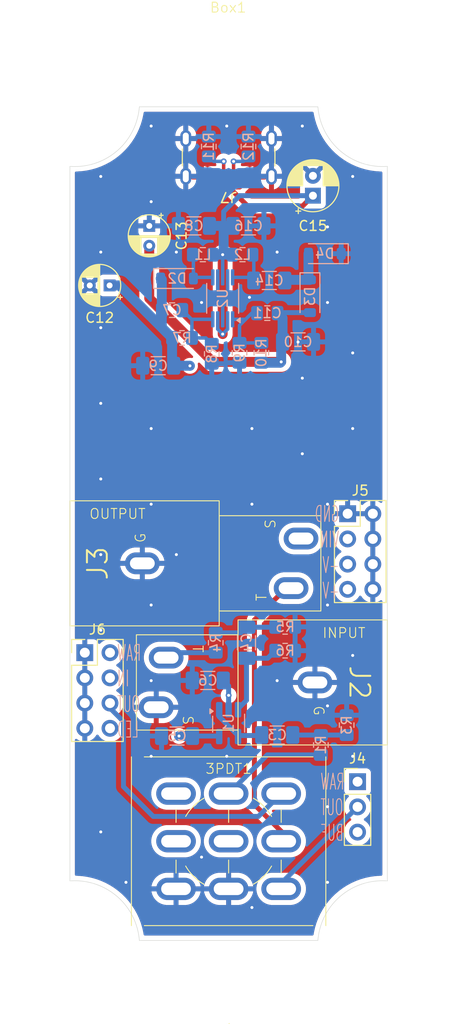
<source format=kicad_pcb>
(kicad_pcb (version 20240108) (generator "pcbnew") (generator_version "8.0")
  (layers (0 "F.Cu" jumper) (1 "In1.Cu" signal) (2 "In2.Cu" signal) (31 "B.Cu" signal) (34 "B.Paste" user) (35 "F.Paste" user) (36 "B.SilkS" user "B.Silkscreen") (37 "F.SilkS" user "F.Silkscreen") (38 "B.Mask" user) (39 "F.Mask" user) (44 "Edge.Cuts" user))
  (net 0 "")
  (net 1 "GND")
  (net 2 "VIN")
  (net 3 "Net-(C3-Pad2)")
  (net 4 "Net-(U1--)")
  (net 5 "+V")
  (net 6 "-V")
  (net 7 "LED")
  (net 8 "FB2")
  (net 9 "NFB1")
  (net 10 "Net-(D3-K)")
  (net 11 "SW1")
  (net 12 "OUT^{RAW_OR_BUF}")
  (net 13 "IN^{RAW}")
  (net 14 "OUT^{RAW}")
  (net 15 "SW2")
  (net 16 "BUFFERED")
  (net 17 "IN^{EFF}")
  (net 18 "OUT^{EFF}")
  (net 19 "IN")
  (net 20 "Net-(C4-Pad1)")
  (net 22 "Net-(J7-CC1)")
  (net 23 "Net-(J7-CC2)")
  (footprint "Connector_PinHeader_2.54mm:PinHeader_1x03_P2.54mm_Vertical" (layer "F.Cu") (at 113 126)
    (property "Reference" "J4")
    (property "Value" "Conn_01x03_Pin")
  )
  (footprint "Capacitor_THT:CP_Radial_D4.0mm_P2.00mm" (layer "F.Cu") (at 88 76 180)
    (property "Reference" "C12")
    (property "Value" "47uF")
  )
  (footprint "Connector_PinHeader_2.54mm:PinHeader_2x04_P2.54mm_Vertical" (layer "F.Cu") (at 112 99)
    (property "Reference" "J5")
    (property "Value" "Conn_02x04_Odd_Even")
  )
  (footprint "Capacitor_THT:CP_Radial_D5.0mm_P2.00mm" (layer "F.Cu") (at 108.5 66.955113 90)
    (property "Reference" "C15")
    (property "Value" "47uF")
  )
  (footprint "Mylib:1590A" (layer "F.Cu") (at 100 100)
    (property "Reference" "Box1")
    (property "Value" "1590A")
  )
  (footprint "Mylib:3PDT-Stomp-Switch" (layer "F.Cu") (at 100 132)
    (property "Reference" "3PDT1")
    (property "Value" "3PDT")
  )
  (footprint "Connector_PinHeader_2.54mm:PinHeader_2x04_P2.54mm_Vertical" (layer "F.Cu") (at 85.5 113)
    (property "Reference" "J6")
    (property "Value" "Conn_02x04_Odd_Even")
  )
  (footprint "Connector_USB:USB_C_Receptacle_GCT_USB4125-xx-x-0190_6P_TopMnt_Horizontal" (layer "F.Cu") (at 100 62 180)
    (property "Reference" "J7")
    (property "Value" "USB_C_Receptacle_PowerOnly_6P")
  )
  (footprint "Mylib:CK-6.35" (layer "F.Cu") (at 103.2 116 180)
    (property "Reference" "J2")
    (property "Value" "AudioJack2_Ground")
  )
  (footprint "Mylib:CK-6.35" (layer "F.Cu") (at 96.8 104)
    (property "Reference" "J3")
    (property "Value" "AudioJack2_Ground")
  )
  (footprint "Capacitor_THT:CP_Radial_D4.0mm_P2.00mm" (layer "F.Cu") (at 92 70 -90)
    (property "Reference" "C13")
    (property "Value" "47uF")
  )
  (footprint "Diode_SMD:D_SOD-123" (layer "B.Cu") (at 108.2 77.0875 -90)
    (property "Reference" "D3")
    (property "Value" "D_Schottky")
  )
  (footprint "Resistor_SMD:R_0805_2012Metric_Pad1.20x1.40mm_HandSolder" (layer "B.Cu") (at 98 62 90)
    (property "Reference" "R11")
    (property "Value" "5k1")
  )
  (footprint "Diode_SMD:D_SOD-123" (layer "B.Cu") (at 94.8 75.3)
    (property "Reference" "D2")
    (property "Value" "D_Schottky")
  )
  (footprint "Capacitor_SMD:C_1206_3216Metric_Pad1.33x1.80mm_HandSolder" (layer "B.Cu") (at 104.9 121.3)
    (property "Reference" "C3")
    (property "Value" "1uF")
  )
  (footprint "Capacitor_SMD:C_1206_3216Metric_Pad1.33x1.80mm_HandSolder" (layer "B.Cu") (at 101.8 112 -90)
    (property "Reference" "C4")
    (property "Value" "0.1uF" (hide yes))
  )
  (footprint "Capacitor_SMD:C_1206_3216Metric_Pad1.33x1.80mm_HandSolder" (layer "B.Cu") (at 102 70)
    (property "Reference" "C16")
    (property "Value" "1uF")
  )
  (footprint "Resistor_SMD:R_0805_2012Metric_Pad1.20x1.40mm_HandSolder" (layer "B.Cu") (at 101.1 82.7875 90)
    (property "Reference" "R9")
    (property "Value" "75k")
  )
  (footprint "Resistor_SMD:R_0805_2012Metric_Pad1.20x1.40mm_HandSolder" (layer "B.Cu") (at 98.3 82.8875 -90)
    (property "Reference" "R8")
    (property "Value" "68k")
  )
  (footprint "Resistor_SMD:R_0805_2012Metric_Pad1.20x1.40mm_HandSolder" (layer "B.Cu") (at 103.3 82.7875 -90)
    (property "Reference" "R10")
    (property "Value" "750k")
  )
  (footprint "Package_TO_SOT_SMD:SOT-23-5_HandSoldering" (layer "B.Cu") (at 100 120.1 -90)
    (property "Reference" "U1")
    (property "Value" "OPA1655")
  )
  (footprint "Capacitor_SMD:C_1206_3216Metric_Pad1.33x1.80mm_HandSolder" (layer "B.Cu") (at 92.9 84.0875 180)
    (property "Reference" "C9")
    (property "Value" "10uF")
  )
  (footprint "Capacitor_SMD:C_1206_3216Metric_Pad1.33x1.80mm_HandSolder" (layer "B.Cu") (at 96.5 70 180)
    (property "Reference" "C8")
    (property "Value" "10uF")
  )
  (footprint "Resistor_SMD:R_0805_2012Metric_Pad1.20x1.40mm_HandSolder" (layer "B.Cu") (at 111.9 120.3 90)
    (property "Reference" "R3")
    (property "Value" "470k")
  )
  (footprint "Resistor_SMD:R_0805_2012Metric_Pad1.20x1.40mm_HandSolder" (layer "B.Cu") (at 98.7 112 90)
    (property "Reference" "R4")
    (property "Value" "10k" (hide yes))
  )
  (footprint "Resistor_SMD:R_0805_2012Metric_Pad1.20x1.40mm_HandSolder" (layer "B.Cu") (at 105.7 112.8)
    (property "Reference" "R6")
    (property "Value" "470k" (hide yes))
  )
  (footprint "Capacitor_SMD:C_1206_3216Metric_Pad1.33x1.80mm_HandSolder" (layer "B.Cu") (at 97.9 115.8 180)
    (property "Reference" "C6")
    (property "Value" "0.1uF" (hide yes))
  )
  (footprint "Resistor_SMD:R_0805_2012Metric_Pad1.20x1.40mm_HandSolder" (layer "B.Cu") (at 102 62 90)
    (property "Reference" "R12")
    (property "Value" "5k1")
  )
  (footprint "Capacitor_SMD:C_1206_3216Metric_Pad1.33x1.80mm_HandSolder" (layer "B.Cu") (at 107 81.6875 180)
    (property "Reference" "C10")
    (property "Value" "10uF")
  )
  (footprint "Capacitor_SMD:C_1206_3216Metric_Pad1.33x1.80mm_HandSolder" (layer "B.Cu") (at 104.1 75.5 180)
    (property "Reference" "C14")
    (property "Value" "0.1uF")
  )
  (footprint "Resistor_SMD:R_0805_2012Metric_Pad1.20x1.40mm_HandSolder" (layer "B.Cu") (at 109.3 122.3 -90)
    (property "Reference" "R1")
    (property "Value" "10k")
  )
  (footprint "Resistor_SMD:R_0805_2012Metric_Pad1.20x1.40mm_HandSolder" (layer "B.Cu") (at 95.3 81.2875)
    (property "Reference" "R7")
    (property "Value" "750k")
  )
  (footprint "Inductor_SMD:L_0805_2012Metric_Pad1.15x1.40mm_HandSolder" (layer "B.Cu") (at 97.4 72.9)
    (property "Reference" "L1")
    (property "Value" "10uH")
  )
  (footprint "Resistor_SMD:R_0805_2012Metric_Pad1.20x1.40mm_HandSolder" (layer "B.Cu") (at 105.7 110.4)
    (property "Reference" "R5")
    (property "Value" "1M0" (hide yes))
  )
  (footprint "Package_SO:MSOP-10_3x3mm_P0.5mm" (layer "B.Cu") (at 99.4 77.3 90)
    (property "Reference" "U2")
    (property "Value" "LT1945")
  )
  (footprint "Diode_SMD:D_SOD-123" (layer "B.Cu") (at 109.7 72.8 180)
    (property "Reference" "D4")
    (property "Value" "D_Schottky")
  )
  (footprint "Inductor_SMD:L_0805_2012Metric_Pad1.15x1.40mm_HandSolder" (layer "B.Cu") (at 101.4 72.9 180)
    (property "Reference" "L2")
    (property "Value" "10uH")
  )
  (footprint "Capacitor_SMD:C_1206_3216Metric_Pad1.33x1.80mm_HandSolder" (layer "B.Cu") (at 94.8 121.4 180)
    (property "Reference" "C5")
    (property "Value" "0.1uF" (hide yes))
  )
  (footprint "Capacitor_SMD:C_0805_2012Metric_Pad1.18x1.45mm_HandSolder" (layer "B.Cu") (at 94.3 78.4875 180)
    (property "Reference" "C7")
    (property "Value" "100pF")
  )
  (footprint "Capacitor_SMD:C_0805_2012Metric_Pad1.18x1.45mm_HandSolder" (layer "B.Cu") (at 103.9 78.7875 180)
    (property "Reference" "C11")
    (property "Value" "4.7pF")
  )
  (gr_arc (start 109 142) (mid 111.257359 137.550253) (end 116 136) (stroke (width 0.05)) (layer "Edge.Cuts"))
  (gr_arc (start 91 58) (mid 88.742641 62.449747) (end 84 64) (stroke (width 0.05)) (layer "Edge.Cuts"))
  (gr_arc (start 116 64) (mid 111.261569 62.444812) (end 109 58) (stroke (width 0.05)) (layer "Edge.Cuts"))
  (gr_line (start 91 142) (end 109 142) (stroke (width 0.05)) (layer "Edge.Cuts"))
  (gr_line (start 116 64) (end 116 136) (stroke (width 0.05)) (layer "Edge.Cuts"))
  (gr_line (start 91 58) (end 109 58) (stroke (width 0.05)) (layer "Edge.Cuts"))
  (gr_line (start 84 136) (end 84 64) (stroke (width 0.05)) (layer "Edge.Cuts"))
  (gr_arc (start 84 136) (mid 88.742641 137.550253) (end 91 142) (stroke (width 0.05)) (layer "Edge.Cuts"))
  (gr_text "GND\nVIN\n-V\n+V" (at 111.2 107.7 0) (layer "B.SilkS") (effects (font (size 1.6 0.8) (thickness 0.1)) (justify left bottom mirror)))
  (gr_text "RAW\nOUT\nBUF" (at 109.2 132.1 0) (layer "B.SilkS") (effects (font (size 1.6 0.8) (thickness 0.1)) (justify right bottom mirror)))
  (gr_text "RAW\nIN\nOUT\nLED" (at 88.7 121.7 0) (layer "B.SilkS") (effects (font (size 1.6 0.8) (thickness 0.1)) (justify right bottom mirror)))
  (gr_text "INPUT" (at 109.4 111.6 0) (layer "F.SilkS") (effects (font (size 1 1) (thickness 0.1)) (justify left bottom)))
  (gr_text "OUTPUT" (at 85.9 99.6 0) (layer "F.SilkS") (effects (font (size 1 1) (thickness 0.1)) (justify left bottom)))
  (segment (start 104 63) (end 106.544887 63) (width 0.5) (layer "F.Cu") (net 1))
  (segment (start 102.75 62.75) (end 102 62) (width 0.5) (layer "F.Cu") (net 1))
  (segment (start 102.75 65.08) (end 102.75 64.25) (width 0.5) (layer "F.Cu") (net 1))
  (segment (start 102.75 65.08) (end 102.75 62.75) (width 0.5) (layer "F.Cu") (net 1))
  (segment (start 102 62) (end 98 62) (width 0.5) (layer "F.Cu") (net 1))
  (segment (start 106.544887 63) (end 108.5 64.955113) (width 0.5) (layer "F.Cu") (net 1))
  (segment (start 98 62) (end 97.25 62.75) (width 0.5) (layer "F.Cu") (net 1))
  (segment (start 97.25 62.75) (end 97.25 65.08) (width 0.5) (layer "F.Cu") (net 1))
  (segment (start 102.75 64.25) (end 104 63) (width 0.5) (layer "F.Cu") (net 1))
  (via (at 87.11 95.4995) (size 0.6) (drill 0.3) (layers "F.Cu" "B.Cu") (net 1))
  (via (at 107.43 92.9595) (size 0.6) (drill 0.3) (layers "F.Cu" "B.Cu") (net 1))
  (via (at 104.89 72.6395) (size 0.6) (drill 0.3) (layers "F.Cu" "B.Cu") (net 1))
  (via (at 109.97 108.1995) (size 0.6) (drill 0.3) (layers "F.Cu" "B.Cu") (net 1))
  (via (at 87.11 87.8795) (size 0.6) (drill 0.3) (layers "F.Cu" "B.Cu") (net 1))
  (via (at 87.11 103.1195) (size 0.6) (drill 0.3) (layers "F.Cu" "B.Cu") (net 1))
  (via (at 92.19 67.5595) (size 0.6) (drill 0.3) (layers "F.Cu" "B.Cu") (net 1))
  (via (at 102.1 77.2) (size 0.6) (drill 0.3) (layers "F.Cu" "B.Cu") (net 1))
  (via (at 92.19 98.0395) (size 0.6) (drill 0.3) (layers "F.Cu" "B.Cu") (net 1))
  (via (at 92.19 59.9395) (size 0.6) (drill 0.3) (layers "F.Cu" "B.Cu") (net 1))
  (via (at 112.51 90.4195) (size 0.6) (drill 0.3) (layers "F.Cu" "B.Cu") (net 1))
  (via (at 107.43 85.3395) (size 0.6) (drill 0.3) (layers "F.Cu" "B.Cu") (net 1))
  (via (at 109.97 70.0995) (size 0.6) (drill 0.3) (layers "F.Cu" "B.Cu") (net 1))
  (via (at 94.73 103.1195) (size 0.6) (drill 0.3) (layers "F.Cu" "B.Cu") (net 1))
  (via (at 97.27 77.7195) (size 0.6) (drill 0.3) (layers "F.Cu" "B.Cu") (net 1))
  (via (at 112.51 123.4395) (size 0.6) (drill 0.3) (layers "F.Cu" "B.Cu") (net 1))
  (via (at 102.35 98.0395) (size 0.6) (drill 0.3) (layers "F.Cu" "B.Cu") (net 1))
  (via (at 92.19 123.4395) (size 0.6) (drill 0.3) (layers "F.Cu" "B.Cu") (net 1))
  (via (at 112.51 65.0195) (size 0.6) (drill 0.3) (layers "F.Cu" "B.Cu") (net 1))
  (via (at 87.11 131.0595) (size 0.6) (drill 0.3) (layers "F.Cu" "B.Cu") (net 1))
  (via (at 89.65 136.1395) (size 0.6) (drill 0.3) (layers "F.Cu" "B.Cu") (net 1))
  (via (at 99.81 59.9395) (size 0.6) (drill 0.3) (layers "F.Cu" "B.Cu") (net 1))
  (via (at 109.97 77.7195) (size 0.6) (drill 0.3) (layers "F.Cu" "B.Cu") (net 1))
  (via (at 112.51 82.7995) (size 0.6) (drill 0.3) (layers "F.Cu" "B.Cu") (net 1))
  (via (at 109.97 136.1395) (size 0.6) (drill 0.3) (layers "F.Cu" "B.Cu") (net 1))
  (via (at 97.27 133.5995) (size 0.6) (drill 0.3) (layers "F.Cu" "B.Cu") (net 1))
  (via (at 102.35 90.4195) (size 0.6) (drill 0.3) (layers "F.Cu" "B.Cu") (net 1))
  (via (at 87.11 65.0195) (size 0.6) (drill 0.3) (layers "F.Cu" "B.Cu") (net 1))
  (via (at 94.73 72.6395) (size 0.6) (drill 0.3) (layers "F.Cu" "B.Cu") (net 1))
  (via (at 87.11 110.7395) (size 0.6) (drill 0.3) (layers "F.Cu" "B.Cu") (net 1))
  (via (at 104.89 115.8195) (size 0.6) (drill 0.3) (layers "F.Cu" "B.Cu") (net 1))
  (via (at 107 81.7) (size 0.6) (drill 0.3) (layers "F.Cu" "B.Cu") (net 1))
  (via (at 109.97 118.3595) (size 0.6) (drill 0.3) (layers "F.Cu" "B.Cu") (net 1))
  (via (at 112.51 113.2795) (size 0.6) (drill 0.3) (layers "F.Cu" "B.Cu") (net 1))
  (via (at 87.11 80.2595) (size 0.6) (drill 0.3) (layers "F.Cu" "B.Cu") (net 1))
  (via (at 109.97 98.0395) (size 0.6) (drill 0.3) (layers "F.Cu" "B.Cu") (net 1))
  (via (at 87.11 72.6395) (size 0.6) (drill 0.3) (layers "F.Cu" "B.Cu") (net 1))
  (via (at 99.81 123.4395) (size 0.6) (drill 0.3) (layers "F.Cu" "B.Cu") (net 1))
  (via (at 107.43 59.9395) (size 0.6) (drill 0.3) (layers "F.Cu" "B.Cu") (net 1))
  (via (at 92.19 90.4195) (size 0.6) (drill 0.3) (layers "F.Cu" "B.Cu") (net 1))
  (via (at 102.35 138.6795) (size 0.6) (drill 0.3) (layers "F.Cu" "B.Cu") (net 1))
  (via (at 92.19 115.8195) (size 0.6) (drill 0.3) (layers "F.Cu" "B.Cu") (net 1))
  (via (at 109.97 128.5195) (size 0.6) (drill 0.3) (layers "F.Cu" "B.Cu") (net 1))
  (via (at 92.19 108.1995) (size 0.6) (drill 0.3) (layers "F.Cu" "B.Cu") (net 1))
  (segment (start 98.9 75.1875) (end 98.9 76.8) (width 0.35) (layer "B.Cu") (net 1))
  (segment (start 98.9 76.8) (end 99.4 77.3) (width 0.35) (layer "B.Cu") (net 1))
  (segment (start 99.9 76.8) (end 99.4 77.3) (width 0.35) (layer "B.Cu") (net 1))
  (segment (start 99.9 75.1875) (end 99.9 76.8) (width 0.35) (layer "B.Cu") (net 1))
  (segment (start 99.4 77.3) (end 99.4 79.4125) (width 0.35) (layer "B.Cu") (net 1))
  (segment (start 98.48 65.48) (end 98.48 65.08) (width 0.5) (layer "F.Cu") (net 2))
  (segment (start 107.455113 68) (end 108.5 66.955113) (width 0.5) (layer "F.Cu") (net 2))
  (segment (start 101.52 65.08) (end 101.52 65.68) (width 0.5) (layer "F.Cu") (net 2))
  (segment (start 100 66.08) (end 99.08 66.08) (width 0.5) (layer "F.Cu") (net 2))
  (segment (start 101.12 66.08) (end 100 66.08) (width 0.5) (layer "F.Cu") (net 2))
  (segment (start 101.92 68) (end 107.455113 68) (width 0.5) (layer "F.Cu") (net 2))
  (segment (start 99.4 72.9) (end 99.4 80.9) (width 1) (layer "F.Cu") (net 2))
  (segment (start 101.52 65.68) (end 101.12 66.08) (width 0.5) (layer "F.Cu") (net 2))
  (segment (start 100 66.08) (end 101.92 68) (width 0.5) (layer "F.Cu") (net 2))
  (segment (start 99.08 66.08) (end 98.48 65.48) (width 0.5) (layer "F.Cu") (net 2))
  (via (at 99.4 72.9) (size 0.6) (drill 0.3) (layers "F.Cu" "B.Cu") (net 2))
  (via (at 99.4 80.9) (size 0.6) (drill 0.3) (layers "F.Cu" "B.Cu") (net 2))
  (segment (start 101.107387 66.955113) (end 99.5 68.5625) (width 0.5) (layer "B.Cu") (net 2))
  (segment (start 99.9 79.4125) (end 99.9 80.4) (width 0.35) (layer "B.Cu") (net 2))
  (segment (start 98.9 79.4125) (end 98.9 80.4) (width 0.35) (layer "B.Cu") (net 2))
  (segment (start 98.0625 70) (end 99.5 70) (width 1) (layer "B.Cu") (net 2))
  (segment (start 98.42972 72.9) (end 99.4 72.9) (width 1) (layer "B.Cu") (net 2))
  (segment (start 98.9 80.4) (end 99.4 80.9) (width 0.35) (layer "B.Cu") (net 2))
  (segment (start 99.4 75.1875) (end 99.4 72.9) (width 0.35) (layer "B.Cu") (net 2))
  (segment (start 99.5 70) (end 100.4375 70) (width 1) (layer "B.Cu") (net 2))
  (segment (start 99.5 72.8) (end 99.4 72.9) (width 1) (layer "B.Cu") (net 2))
  (segment (start 99.4 72.9) (end 100.375 72.9) (width 1) (layer "B.Cu") (net 2))
  (segment (start 99.5 70) (end 99.5 72.8) (width 1) (layer "B.Cu") (net 2))
  (segment (start 99.9 80.4) (end 99.4 80.9) (width 0.35) (layer "B.Cu") (net 2))
  (segment (start 108.5 66.955113) (end 101.107387 66.955113) (width 0.5) (layer "B.Cu") (net 2))
  (segment (start 99.5 68.5625) (end 99.5 70) (width 0.5) (layer "B.Cu") (net 2))
  (segment (start 98.425 72.9) (end 99.4 72.9) (width 1) (layer "B.Cu") (net 2))
  (segment (start 106.4625 121.3) (end 111.9 121.3) (width 0.5) (layer "B.Cu") (net 3))
  (segment (start 99.05 119.45) (end 100.95 121.35) (width 0.5) (layer "B.Cu") (net 4))
  (segment (start 100.95 121.35) (end 103.2875 121.35) (width 0.5) (layer "B.Cu") (net 4))
  (segment (start 99.05 118.65) (end 99.05 119.45) (width 0.5) (layer "B.Cu") (net 4))
  (via (at 96.1 84.1) (size 0.6) (drill 0.3) (layers "F.Cu" "B.Cu") (net 5))
  (via (at 95 121.4) (size 0.6) (drill 0.3) (layers "F.Cu" "B.Cu") (net 5))
  (segment (start 94.3 81.2875) (end 94.3 83.925) (width 1) (layer "B.Cu") (net 5))
  (segment (start 95 121.4) (end 96.3625 121.4) (width 1) (layer "B.Cu") (net 5))
  (segment (start 96.3625 121.4) (end 99 121.4) (width 0.5) (layer "B.Cu") (net 5))
  (segment (start 94.4625 84.0875) (end 96.0875 84.0875) (width 1) (layer "B.Cu") (net 5))
  (segment (start 93.2625 75.4125) (end 93.15 75.3) (width 1) (layer "B.Cu") (net 5))
  (segment (start 93.2625 80.25) (end 93.2625 78.4875) (width 1) (layer "B.Cu") (net 5))
  (segment (start 94.3 81.2875) (end 93.2625 80.25) (width 1) (layer "B.Cu") (net 5))
  (segment (start 88 76) (end 89.0125 76) (width 1) (layer "B.Cu") (net 5))
  (segment (start 89.0125 76) (end 94.3 81.2875) (width 1) (layer "B.Cu") (net 5))
  (segment (start 93.2625 78.4875) (end 93.2625 75.4125) (width 1) (layer "B.Cu") (net 5))
  (segment (start 96.0875 84.0875) (end 96.1 84.1) (width 1) (layer "B.Cu") (net 5))
  (segment (start 98.4 83.7) (end 105.3 83.7) (width 1) (layer "F.Cu") (net 6))
  (segment (start 92 77.3) (end 98.4 83.7) (width 1) (layer "F.Cu") (net 6))
  (segment (start 92 72.427401) (end 92 77.3) (width 1) (layer "F.Cu") (net 6))
  (via (at 100 117.3) (size 0.6) (drill 0.3) (layers "F.Cu" "B.Cu") (net 6))
  (via (at 105.3 83.7) (size 0.6) (drill 0.3) (layers "F.Cu" "B.Cu") (net 6))
  (segment (start 100 117.3) (end 100 118.65) (width 0.5) (layer "B.Cu") (net 6))
  (segment (start 105.4375 81.6875) (end 105.4375 79.2875) (width 1) (layer "B.Cu") (net 6))
  (segment (start 105.3 83.7) (end 105.3 81.825) (width 1) (layer "B.Cu") (net 6))
  (segment (start 100 116.3375) (end 99.4625 115.8) (width 0.3) (layer "B.Cu") (net 6))
  (segment (start 103.3 83.7875) (end 105.2125 83.7875) (width 1) (layer "B.Cu") (net 6))
  (segment (start 105.4375 79.2875) (end 104.9375 78.7875) (width 1) (layer "B.Cu") (net 6))
  (segment (start 100 117.3) (end 100 116.3375) (width 0.5) (layer "B.Cu") (net 6))
  (segment (start 108.2 78.7375) (end 104.9875 78.7375) (width 0.5) (layer "B.Cu") (net 6))
  (segment (start 105.2125 83.7875) (end 105.3 83.7) (width 1) (layer "B.Cu") (net 6))
  (segment (start 97.7 81.2875) (end 98.3 81.8875) (width 0.35) (layer "B.Cu") (net 8))
  (segment (start 96.3 81.2875) (end 97.7 81.2875) (width 0.35) (layer "B.Cu") (net 8))
  (segment (start 96.3 79.45) (end 96.2625 79.4125) (width 0.35) (layer "B.Cu") (net 8))
  (segment (start 96.2625 79.4125) (end 95.3375 78.4875) (width 0.35) (layer "B.Cu") (net 8))
  (segment (start 98.4 79.4125) (end 96.2625 79.4125) (width 0.35) (layer "B.Cu") (net 8))
  (segment (start 96.3 81.2875) (end 96.3 79.45) (width 0.35) (layer "B.Cu") (net 8))
  (segment (start 101.1 81.7875) (end 101.1 80.025) (width 0.35) (layer "B.Cu") (net 9))
  (segment (start 102.3375 78.7875) (end 102.8625 78.7875) (width 0.35) (layer "B.Cu") (net 9))
  (segment (start 100.4 79.4125) (end 101.7125 79.4125) (width 0.35) (layer "B.Cu") (net 9))
  (segment (start 101.1 80.025) (end 102.3375 78.7875) (width 0.35) (layer "B.Cu") (net 9))
  (segment (start 101.1 81.7875) (end 103.3 81.7875) (width 0.35) (layer "B.Cu") (net 9))
  (segment (start 108.2 75.4375) (end 105.725 75.4375) (width 1) (layer "B.Cu") (net 10))
  (segment (start 108.05 72.8) (end 108.05 75.2875) (width 1) (layer "B.Cu") (net 10))
  (segment (start 108.05 75.2875) (end 108.2 75.4375) (width 1) (layer "B.Cu") (net 10))
  (segment (start 105.6625 75.5) (end 108.1375 75.5) (width 0.35) (layer "B.Cu") (net 10))
  (segment (start 102.5375 75.5) (end 102.5375 73.0125) (width 0.35) (layer "B.Cu") (net 11))
  (segment (start 100.4 75.1875) (end 102.225 75.1875) (width 0.35) (layer "B.Cu") (net 11))
  (segment (start 113 128.54) (end 105.3 136.24) (width 0.5) (layer "B.Cu") (net 12))
  (segment (start 98.7 113) (end 94.2 113) (width 0.5) (layer "B.Cu") (net 13))
  (segment (start 105.3 132) (end 105.3 131) (width 0.5) (layer "F.Cu") (net 14))
  (segment (start 102.6 109.7) (end 105.8 106.5) (width 0.5) (layer "F.Cu") (net 14))
  (segment (start 105.3 131) (end 102.6 128.3) (width 0.5) (layer "F.Cu") (net 14))
  (segment (start 102.6 128.3) (end 102.6 109.7) (width 0.5) (layer "F.Cu") (net 14))
  (segment (start 96.45 75.3) (end 96.45 72.975) (width 0.35) (layer "B.Cu") (net 15))
  (segment (start 98.4 75.1875) (end 96.5625 75.1875) (width 0.35) (layer "B.Cu") (net 15))
  (segment (start 100 127.2) (end 103.9 123.3) (width 0.5) (layer "B.Cu") (net 16))
  (segment (start 103.9 123.3) (end 109.3 123.3) (width 0.5) (layer "B.Cu") (net 16))
  (segment (start 87.54 118.08) (end 89.4 119.94) (width 0.5) (layer "B.Cu") (net 18))
  (segment (start 92.4 129.5) (end 103 129.5) (width 0.5) (layer "B.Cu") (net 18))
  (segment (start 89.4 119.94) (end 89.4 126.5) (width 0.5) (layer "B.Cu") (net 18))
  (segment (start 103 129.5) (end 105.3 127.2) (width 0.5) (layer "B.Cu") (net 18))
  (segment (start 89.4 126.5) (end 92.4 129.5) (width 0.5) (layer "B.Cu") (net 18))
  (segment (start 103.9375 113.5625) (end 104.7 112.8) (width 0.5) (layer "B.Cu") (net 19))
  (segment (start 101.8 117.8) (end 100.95 118.65) (width 0.5) (layer "B.Cu") (net 19))
  (segment (start 101.8 113.5625) (end 103.9375 113.5625) (width 0.5) (layer "B.Cu") (net 19))
  (segment (start 101.8 113.5625) (end 101.8 117.8) (width 0.5) (layer "B.Cu") (net 19))
  (segment (start 101.2375 111) (end 101.8 110.4375) (width 0.3) (layer "B.Cu") (net 20))
  (segment (start 101.8 110.4375) (end 104.6625 110.4375) (width 0.5) (layer "B.Cu") (net 20))
  (segment (start 98.7 111) (end 101.2375 111) (width 0.5) (layer "B.Cu") (net 20))
  (segment (start 100.5 65.08) (end 100.5 63.5) (width 0.35) (layer "F.Cu") (net 22))
  (via (at 100.5 63.5) (size 0.6) (drill 0.3) (layers "F.Cu" "B.Cu") (net 22))
  (segment (start 100.5 63.5) (end 101.5 63.5) (width 0.35) (layer "B.Cu") (net 22))
  (segment (start 101.5 63.5) (end 102 63) (width 0.35) (layer "B.Cu") (net 22))
  (segment (start 99.5 65.08) (end 99.5 63.5) (width 0.35) (layer "F.Cu") (net 23))
  (via (at 99.5 63.5) (size 0.6) (drill 0.3) (layers "F.Cu" "B.Cu") (net 23))
  (segment (start 98.5 63.5) (end 98 63) (width 0.35) (layer "B.Cu") (net 23))
  (segment (start 99.5 63.5) (end 98.5 63.5) (width 0.35) (layer "B.Cu") (net 23))
  (zone (net 1) (net_name "GND") (layers "F.Cu" "In1.Cu" "In2.Cu" "B.Cu") (connect_pads (clearance 0.5)) (min_thickness 0.25) (fill yes (thermal_gap 0.5) (thermal_bridge_width 0.5) (smoothing fillet) (radius 1))
    (polygon (pts (xy 80.7 50) (xy 119.3 50) (xy 119.3 150) (xy 80.7 150)))
  )
)
</source>
